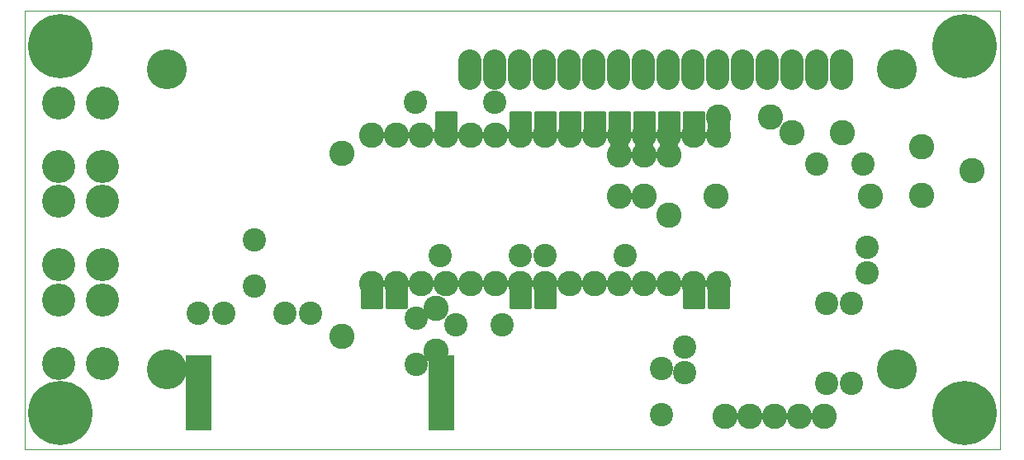
<source format=gbr>
%FSLAX34Y34*%
%MOMM*%
%LNSOLDERMASK_BOTTOM*%
G71*
G01*
%ADD10C, 0.00*%
%ADD11C, 2.40*%
%ADD12C, 2.60*%
%ADD13C, 3.40*%
%ADD14C, 6.60*%
%ADD15C, 4.10*%
%ADD16C, 2.60*%
%ADD17C, 2.40*%
%ADD18C, 2.40*%
%ADD19C, 0.25*%
%LPD*%
G54D10*
X331Y434D02*
X-999669Y434D01*
X-999669Y-449566D01*
X331Y-449566D01*
X331Y434D01*
G54D11*
X-161594Y-51163D02*
X-161594Y-69163D01*
G54D11*
X-186994Y-51163D02*
X-186994Y-69163D01*
G54D11*
X-212394Y-51163D02*
X-212394Y-69163D01*
G54D11*
X-237794Y-51163D02*
X-237794Y-69163D01*
G54D11*
X-263194Y-51163D02*
X-263194Y-69163D01*
G54D11*
X-288594Y-51163D02*
X-288594Y-69163D01*
G54D11*
X-313994Y-51163D02*
X-313994Y-69163D01*
G54D11*
X-339394Y-51163D02*
X-339394Y-69163D01*
G54D11*
X-364794Y-51163D02*
X-364794Y-69163D01*
G54D11*
X-390194Y-51163D02*
X-390194Y-69163D01*
G54D11*
X-415594Y-51163D02*
X-415594Y-69163D01*
G54D11*
X-440994Y-51163D02*
X-440994Y-69163D01*
G54D11*
X-466394Y-51163D02*
X-466394Y-69163D01*
G54D11*
X-491794Y-51163D02*
X-491794Y-69163D01*
G54D11*
X-517194Y-51163D02*
X-517194Y-69163D01*
G54D11*
X-542594Y-51163D02*
X-542594Y-69163D01*
X-79441Y-138744D02*
G54D12*
D03*
X-28441Y-163744D02*
G54D12*
D03*
X-79441Y-188744D02*
G54D12*
D03*
X-212394Y-124854D02*
G54D12*
D03*
X-161197Y-124854D02*
G54D12*
D03*
X-919520Y-94034D02*
G54D13*
D03*
X-919520Y-159034D02*
G54D13*
D03*
X-964520Y-159034D02*
G54D13*
D03*
X-964520Y-94034D02*
G54D13*
D03*
X-919521Y-194842D02*
G54D13*
D03*
X-919521Y-259841D02*
G54D13*
D03*
X-964521Y-259841D02*
G54D13*
D03*
X-964521Y-194842D02*
G54D13*
D03*
X-919521Y-296442D02*
G54D13*
D03*
X-919521Y-361441D02*
G54D13*
D03*
X-964521Y-361441D02*
G54D13*
D03*
X-964521Y-296442D02*
G54D13*
D03*
X-962885Y-35557D02*
G54D14*
D03*
X-36182Y-35557D02*
G54D14*
D03*
X-36182Y-412191D02*
G54D14*
D03*
X-962885Y-412588D02*
G54D14*
D03*
X-853744Y-59369D02*
G54D15*
D03*
X-853744Y-367344D02*
G54D15*
D03*
X-104841Y-59369D02*
G54D15*
D03*
X-104841Y-367344D02*
G54D15*
D03*
X-179453Y-416160D02*
G54D16*
D03*
X-204853Y-416160D02*
G54D16*
D03*
X-230253Y-416160D02*
G54D16*
D03*
X-255653Y-416160D02*
G54D16*
D03*
X-281053Y-416160D02*
G54D16*
D03*
X-643797Y-127632D02*
G54D12*
D03*
X-618397Y-127632D02*
G54D12*
D03*
X-592997Y-127632D02*
G54D12*
D03*
X-567597Y-127632D02*
G54D12*
D03*
X-542197Y-127632D02*
G54D12*
D03*
X-516797Y-127632D02*
G54D12*
D03*
X-491397Y-127632D02*
G54D12*
D03*
X-465997Y-127632D02*
G54D12*
D03*
X-440597Y-127632D02*
G54D12*
D03*
X-415197Y-127632D02*
G54D12*
D03*
X-389797Y-127632D02*
G54D12*
D03*
X-364397Y-127632D02*
G54D12*
D03*
X-338997Y-127632D02*
G54D12*
D03*
X-313597Y-127632D02*
G54D12*
D03*
X-288197Y-127632D02*
G54D12*
D03*
X-643797Y-280032D02*
G54D12*
D03*
X-618397Y-280032D02*
G54D12*
D03*
X-592997Y-280032D02*
G54D12*
D03*
X-567597Y-280032D02*
G54D12*
D03*
X-542197Y-280032D02*
G54D12*
D03*
X-516797Y-280032D02*
G54D12*
D03*
X-491397Y-280032D02*
G54D12*
D03*
X-465997Y-280032D02*
G54D12*
D03*
X-440597Y-280032D02*
G54D12*
D03*
X-415197Y-280032D02*
G54D12*
D03*
X-389797Y-280032D02*
G54D12*
D03*
X-364397Y-280032D02*
G54D12*
D03*
X-338997Y-280032D02*
G54D12*
D03*
X-313597Y-280032D02*
G54D12*
D03*
X-288197Y-280032D02*
G54D12*
D03*
X-287800Y-108978D02*
G54D12*
D03*
X-235016Y-108978D02*
G54D12*
D03*
X-338798Y-209586D02*
G54D12*
D03*
X-338798Y-147276D02*
G54D12*
D03*
X-389797Y-189544D02*
G54D12*
D03*
X-389797Y-147475D02*
G54D12*
D03*
X-364397Y-189544D02*
G54D12*
D03*
X-364397Y-147475D02*
G54D12*
D03*
X-132225Y-189544D02*
G54D12*
D03*
X-290578Y-189544D02*
G54D12*
D03*
X-151397Y-300150D02*
G54D17*
D03*
X-151397Y-382150D02*
G54D17*
D03*
X-177194Y-300150D02*
G54D17*
D03*
X-177194Y-382150D02*
G54D17*
D03*
X-599194Y-93103D02*
G54D17*
D03*
X-517194Y-93103D02*
G54D17*
D03*
X-465844Y-251059D02*
G54D17*
D03*
X-383844Y-251059D02*
G54D17*
D03*
X-573397Y-251060D02*
G54D17*
D03*
X-491397Y-251060D02*
G54D17*
D03*
G36*
X-834200Y-353550D02*
X-834200Y-379550D01*
X-808200Y-379550D01*
X-808200Y-353550D01*
X-834200Y-353550D01*
G37*
G36*
X-834200Y-378950D02*
X-834200Y-404950D01*
X-808200Y-404950D01*
X-808200Y-378950D01*
X-834200Y-378950D01*
G37*
G36*
X-834200Y-378950D02*
X-834200Y-404950D01*
X-808200Y-404950D01*
X-808200Y-378950D01*
X-834200Y-378950D01*
G37*
G36*
X-834200Y-404350D02*
X-834200Y-430350D01*
X-808200Y-430350D01*
X-808200Y-404350D01*
X-834200Y-404350D01*
G37*
G36*
X-584962Y-353551D02*
X-584962Y-379551D01*
X-558962Y-379551D01*
X-558962Y-353551D01*
X-584962Y-353551D01*
G37*
G36*
X-584962Y-378951D02*
X-584962Y-404951D01*
X-558962Y-404951D01*
X-558962Y-378951D01*
X-584962Y-378951D01*
G37*
G36*
X-584962Y-378951D02*
X-584962Y-404951D01*
X-558962Y-404951D01*
X-558962Y-378951D01*
X-584962Y-378951D01*
G37*
G36*
X-584962Y-404351D02*
X-584962Y-430351D01*
X-558962Y-430351D01*
X-558962Y-404351D01*
X-584962Y-404351D01*
G37*
X-135797Y-242717D02*
G54D18*
D03*
X-135797Y-268911D02*
G54D18*
D03*
X-322725Y-371314D02*
G54D18*
D03*
X-322725Y-345120D02*
G54D18*
D03*
X-509997Y-321652D02*
G54D17*
D03*
X-557622Y-321652D02*
G54D17*
D03*
X-346140Y-414573D02*
G54D17*
D03*
X-346140Y-366948D02*
G54D17*
D03*
X-706328Y-310361D02*
G54D18*
D03*
X-732522Y-310361D02*
G54D18*
D03*
X-795228Y-310361D02*
G54D18*
D03*
X-821422Y-310361D02*
G54D18*
D03*
X-598156Y-362980D02*
G54D17*
D03*
X-598156Y-315355D02*
G54D17*
D03*
X-764050Y-282017D02*
G54D17*
D03*
X-764050Y-234392D02*
G54D17*
D03*
X-674356Y-146285D02*
G54D12*
D03*
X-674356Y-334007D02*
G54D12*
D03*
X-577916Y-348691D02*
G54D12*
D03*
X-577916Y-304638D02*
G54D12*
D03*
X-139712Y-156551D02*
G54D17*
D03*
X-187338Y-156551D02*
G54D17*
D03*
G36*
X-278275Y-280032D02*
X-278275Y-303844D01*
X-298119Y-303844D01*
X-298119Y-280032D01*
X-278275Y-280032D01*
G37*
G54D19*
X-278275Y-280032D02*
X-278275Y-303844D01*
X-298119Y-303844D01*
X-298119Y-280032D01*
X-278275Y-280032D01*
G36*
X-456075Y-280032D02*
X-456075Y-303844D01*
X-475919Y-303844D01*
X-475919Y-280032D01*
X-456075Y-280032D01*
G37*
G54D19*
X-456075Y-280032D02*
X-456075Y-303844D01*
X-475919Y-303844D01*
X-475919Y-280032D01*
X-456075Y-280032D01*
G36*
X-481475Y-280032D02*
X-481475Y-303844D01*
X-501319Y-303844D01*
X-501319Y-280032D01*
X-481475Y-280032D01*
G37*
G54D19*
X-481475Y-280032D02*
X-481475Y-303844D01*
X-501319Y-303844D01*
X-501319Y-280032D01*
X-481475Y-280032D01*
G36*
X-298119Y-127632D02*
X-298119Y-103819D01*
X-278275Y-103819D01*
X-278275Y-127632D01*
X-298119Y-127632D01*
G37*
G54D19*
X-298119Y-127632D02*
X-298119Y-103819D01*
X-278275Y-103819D01*
X-278275Y-127632D01*
X-298119Y-127632D01*
G36*
X-348919Y-127632D02*
X-348919Y-103819D01*
X-329075Y-103819D01*
X-329075Y-127632D01*
X-348919Y-127632D01*
G37*
G54D19*
X-348919Y-127632D02*
X-348919Y-103819D01*
X-329075Y-103819D01*
X-329075Y-127632D01*
X-348919Y-127632D01*
G36*
X-374319Y-127632D02*
X-374319Y-103819D01*
X-354475Y-103819D01*
X-354475Y-127632D01*
X-374319Y-127632D01*
G37*
G54D19*
X-374319Y-127632D02*
X-374319Y-103819D01*
X-354475Y-103819D01*
X-354475Y-127632D01*
X-374319Y-127632D01*
G36*
X-399719Y-127632D02*
X-399719Y-103819D01*
X-379875Y-103819D01*
X-379875Y-127632D01*
X-399719Y-127632D01*
G37*
G54D19*
X-399719Y-127632D02*
X-399719Y-103819D01*
X-379875Y-103819D01*
X-379875Y-127632D01*
X-399719Y-127632D01*
G36*
X-425119Y-127632D02*
X-425119Y-103819D01*
X-405275Y-103819D01*
X-405275Y-127632D01*
X-425119Y-127632D01*
G37*
G54D19*
X-425119Y-127632D02*
X-425119Y-103819D01*
X-405275Y-103819D01*
X-405275Y-127632D01*
X-425119Y-127632D01*
G36*
X-450519Y-127632D02*
X-450519Y-103819D01*
X-430675Y-103819D01*
X-430675Y-127632D01*
X-450519Y-127632D01*
G37*
G54D19*
X-450519Y-127632D02*
X-450519Y-103819D01*
X-430675Y-103819D01*
X-430675Y-127632D01*
X-450519Y-127632D01*
G36*
X-475919Y-127632D02*
X-475919Y-103819D01*
X-456075Y-103819D01*
X-456075Y-127632D01*
X-475919Y-127632D01*
G37*
G54D19*
X-475919Y-127632D02*
X-475919Y-103819D01*
X-456075Y-103819D01*
X-456075Y-127632D01*
X-475919Y-127632D01*
G36*
X-501319Y-127632D02*
X-501319Y-103819D01*
X-481475Y-103819D01*
X-481475Y-127632D01*
X-501319Y-127632D01*
G37*
G54D19*
X-501319Y-127632D02*
X-501319Y-103819D01*
X-481475Y-103819D01*
X-481475Y-127632D01*
X-501319Y-127632D01*
G36*
X-577519Y-127632D02*
X-577519Y-103819D01*
X-557675Y-103819D01*
X-557675Y-127632D01*
X-577519Y-127632D01*
G37*
G54D19*
X-577519Y-127632D02*
X-577519Y-103819D01*
X-557675Y-103819D01*
X-557675Y-127632D01*
X-577519Y-127632D01*
G36*
X-323519Y-127632D02*
X-323519Y-103819D01*
X-303675Y-103819D01*
X-303675Y-127632D01*
X-323519Y-127632D01*
G37*
G54D19*
X-323519Y-127632D02*
X-323519Y-103819D01*
X-303675Y-103819D01*
X-303675Y-127632D01*
X-323519Y-127632D01*
G36*
X-633875Y-280032D02*
X-633875Y-303844D01*
X-653719Y-303844D01*
X-653719Y-280032D01*
X-633875Y-280032D01*
G37*
G54D19*
X-633875Y-280032D02*
X-633875Y-303844D01*
X-653719Y-303844D01*
X-653719Y-280032D01*
X-633875Y-280032D01*
G36*
X-608475Y-280032D02*
X-608475Y-303844D01*
X-628319Y-303844D01*
X-628319Y-280032D01*
X-608475Y-280032D01*
G37*
G54D19*
X-608475Y-280032D02*
X-608475Y-303844D01*
X-628319Y-303844D01*
X-628319Y-280032D01*
X-608475Y-280032D01*
G36*
X-303675Y-280032D02*
X-303675Y-303844D01*
X-323519Y-303844D01*
X-323519Y-280032D01*
X-303675Y-280032D01*
G37*
G54D19*
X-303675Y-280032D02*
X-303675Y-303844D01*
X-323519Y-303844D01*
X-323519Y-280032D01*
X-303675Y-280032D01*
M02*

</source>
